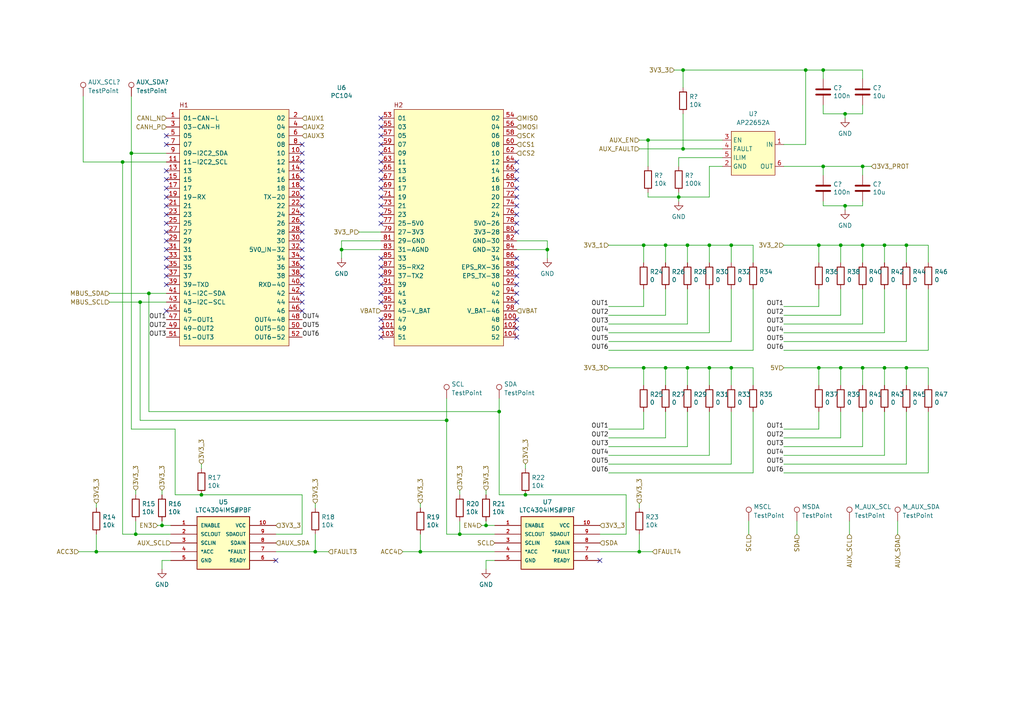
<source format=kicad_sch>
(kicad_sch (version 20211123) (generator eeschema)
  (paper "A4")
  (title_block (title "CubeSat PC104 Stack Connector") (date "2022-08-10") (rev "2.0"))
  (lib_symbols
    (symbol "Connector:TestPoint" (pin_numbers hide) (pin_names (offset 0.762) hide)
      (property "Reference" "TP" (at 0 6.858 0))
      (property "Value" "TestPoint" (at 0 5.08 0))
      (symbol "TestPoint_0_1"
        (circle (center 0 3.302) (radius 0.762))
      )
      (symbol "TestPoint_1_1"
        (pin passive line (at 0 0 90) (length 2.54) (name "1") (number "1"))
      )
    )
    (symbol "Device:C" (pin_numbers hide) (pin_names (offset 0.254))
      (property "Reference" "C" (at 0.635 2.54 0))
      (property "Value" "C" (at 0.635 -2.54 0))
      (symbol "C_0_1"
        (polyline (pts (xy -2.032 -0.762) (xy 2.032 -0.762)) (stroke (width 0.508)))
        (polyline (pts (xy -2.032 0.762) (xy 2.032 0.762)) (stroke (width 0.508)))
      )
      (symbol "C_1_1"
        (pin passive line (at 0 3.81 270) (length 2.794) (name "~") (number "1"))
        (pin passive line (at 0 -3.81 90) (length 2.794) (name "~") (number "2"))
      )
    )
    (symbol "Device:R" (pin_numbers hide) (pin_names (offset 0))
      (property "Reference" "R" (at 2.032 0 90))
      (property "Value" "R" (at 0 0 90))
      (symbol "R_0_1"
        (rectangle (start -1.016 -2.54) (end 1.016 2.54) (stroke (width 0.254)))
      )
      (symbol "R_1_1"
        (pin passive line (at 0 3.81 270) (length 1.27) (name "~") (number "1"))
        (pin passive line (at 0 -3.81 90) (length 1.27) (name "~") (number "2"))
      )
    )
    (symbol "cubesat_obc_lib:AP22652A"
      (property "Reference" "U" (at -6.35 -7.62 0))
      (property "Value" "AP22652A" (at -8.89 -10.16 0))
      (symbol "AP22652A_0_0"
        (pin power_in line (at 8.89 2.54 180) (length 2.54) (name "IN") (number "1"))
        (pin power_in line (at -8.89 -3.81 0) (length 2.54) (name "GND") (number "2"))
        (pin input line (at -8.89 3.81 0) (length 2.54) (name "EN") (number "3"))
        (pin output line (at -8.89 1.27 0) (length 2.54) (name "FAULT") (number "4"))
        (pin input line (at -8.89 -1.27 0) (length 2.54) (name "ILIM") (number "5"))
        (pin power_out line (at 8.89 -3.81 180) (length 2.54) (name "OUT") (number "6"))
      )
      (symbol "AP22652A_0_1"
        (rectangle (start -6.35 6.35) (end 6.35 -6.35) (stroke (width 0.1524)) (fill (type background)))
      )
    )
    (symbol "cubesat_obc_lib:LTC4304CMSTRPBF" (pin_names (offset 1.016))
      (property "Reference" "U" (at 30.861 9.1186 0))
      (property "Value" "LTC4304CMSTRPBF" (at 30.2006 6.5786 0))
      (symbol "LTC4304CMSTRPBF_0_0"
        (pin passive line (at 24.13 1.27 0) (length 7.62) (name "ENABLE") (number "1"))
        (pin power_in line (at 54.61 1.27 180) (length 7.62) (name "VCC") (number "10"))
        (pin output line (at 24.13 -1.27 0) (length 7.62) (name "SCLOUT") (number "2"))
        (pin input line (at 24.13 -3.81 0) (length 7.62) (name "SCLIN") (number "3"))
        (pin passive line (at 24.13 -6.35 0) (length 7.62) (name "*ACC") (number "4"))
        (pin power_in line (at 24.13 -8.89 0) (length 7.62) (name "GND") (number "5"))
        (pin passive line (at 54.61 -8.89 180) (length 7.62) (name "READY") (number "6"))
        (pin passive line (at 54.61 -6.35 180) (length 7.62) (name "*FAULT") (number "7"))
        (pin input line (at 54.61 -3.81 180) (length 7.62) (name "SDAIN") (number "8"))
        (pin output line (at 54.61 -1.27 180) (length 7.62) (name "SDAOUT") (number "9"))
      )
      (symbol "LTC4304CMSTRPBF_1_1"
        (rectangle (start 31.75 3.81) (end 46.99 -11.43) (stroke (width 0.254)) (fill (type background)))
      )
    )
    (symbol "cubesat_obc_lib:PC104" (pin_names (offset 1.016))
      (property "Reference" "U" (at 44.45 34.29 0))
      (property "Value" "PC104" (at 43.18 -36.83 0))
      (symbol "PC104_0_0"
        (text "H1" (at -45.72 34.29 0) (effects (font (size 1.27 1.27))))
        (text "H2" (at 16.51 34.29 0) (effects (font (size 1.27 1.27))))
      )
      (symbol "PC104_0_1"
        (rectangle (start -46.99 33.02) (end -15.24 -35.56) (fill (type background)))
        (rectangle (start 15.24 -35.56) (end 46.99 33.02) (fill (type background)))
      )
      (symbol "PC104_1_1"
        (pin bidirectional line (at -50.8 30.48 0) (length 3.81) (name "01-CAN-L") (number "1"))
        (pin input line (at -11.43 20.32 180) (length 3.81) (name "10") (number "10"))
        (pin output line (at 50.8 -27.94 180) (length 3.81) (name "48") (number "100"))
        (pin output line (at 11.43 -30.48 0) (length 3.81) (name "49") (number "101"))
        (pin output line (at 50.8 -30.48 180) (length 3.81) (name "50") (number "102"))
        (pin output line (at 11.43 -33.02 0) (length 3.81) (name "51") (number "103"))
        (pin output line (at 50.8 -33.02 180) (length 3.81) (name "52") (number "104"))
        (pin input line (at -50.8 17.78 0) (length 3.81) (name "11-I2C2_SCL") (number "11"))
        (pin input line (at -11.43 17.78 180) (length 3.81) (name "12") (number "12"))
        (pin input line (at -50.8 15.24 0) (length 3.81) (name "13") (number "13"))
        (pin input line (at -11.43 15.24 180) (length 3.81) (name "14") (number "14"))
        (pin input line (at -50.8 12.7 0) (length 3.81) (name "15") (number "15"))
        (pin input line (at -11.43 12.7 180) (length 3.81) (name "16") (number "16"))
        (pin input line (at -50.8 10.16 0) (length 3.81) (name "17") (number "17"))
        (pin input line (at -11.43 10.16 180) (length 3.81) (name "18") (number "18"))
        (pin input line (at -50.8 7.62 0) (length 3.81) (name "19-RX") (number "19"))
        (pin input line (at -11.43 30.48 180) (length 3.81) (name "02") (number "2"))
        (pin output line (at -11.43 7.62 180) (length 3.81) (name "TX-20") (number "20"))
        (pin input line (at -50.8 5.08 0) (length 3.81) (name "21") (number "21"))
        (pin input line (at -11.43 5.08 180) (length 3.81) (name "22") (number "22"))
        (pin input line (at -50.8 2.54 0) (length 3.81) (name "23") (number "23"))
        (pin input line (at -11.43 2.54 180) (length 3.81) (name "24") (number "24"))
        (pin input line (at -50.8 0 0) (length 3.81) (name "25") (number "25"))
        (pin input line (at -11.43 0 180) (length 3.81) (name "26") (number "26"))
        (pin input line (at -50.8 -2.54 0) (length 3.81) (name "27") (number "27"))
        (pin input line (at -11.43 -2.54 180) (length 3.81) (name "28") (number "28"))
        (pin input line (at -50.8 -5.08 0) (length 3.81) (name "29") (number "29"))
        (pin bidirectional line (at -50.8 27.94 0) (length 3.81) (name "03-CAN-H") (number "3"))
        (pin input line (at -11.43 -5.08 180) (length 3.81) (name "30") (number "30"))
        (pin input line (at -50.8 -7.62 0) (length 3.81) (name "31") (number "31"))
        (pin input line (at -11.43 -7.62 180) (length 3.81) (name "5V0_IN-32") (number "32"))
        (pin input line (at -50.8 -10.16 0) (length 3.81) (name "33") (number "33"))
        (pin input line (at -11.43 -10.16 180) (length 3.81) (name "34") (number "34"))
        (pin input line (at -50.8 -12.7 0) (length 3.81) (name "35") (number "35"))
        (pin input line (at -11.43 -12.7 180) (length 3.81) (name "36") (number "36"))
        (pin input line (at -50.8 -15.24 0) (length 3.81) (name "37") (number "37"))
        (pin input line (at -11.43 -15.24 180) (length 3.81) (name "38") (number "38"))
        (pin output line (at -50.8 -17.78 0) (length 3.81) (name "39-TXD") (number "39"))
        (pin input line (at -11.43 27.94 180) (length 3.81) (name "04") (number "4"))
        (pin input line (at -11.43 -17.78 180) (length 3.81) (name "RXD-40") (number "40"))
        (pin bidirectional line (at -50.8 -20.32 0) (length 3.81) (name "41-I2C-SDA") (number "41"))
        (pin input line (at -11.43 -20.32 180) (length 3.81) (name "42") (number "42"))
        (pin input line (at -50.8 -22.86 0) (length 3.81) (name "43-I2C-SCL") (number "43"))
        (pin input line (at -11.43 -22.86 180) (length 3.81) (name "44") (number "44"))
        (pin input line (at -50.8 -25.4 0) (length 3.81) (name "45") (number "45"))
        (pin input line (at -11.43 -25.4 180) (length 3.81) (name "46") (number "46"))
        (pin output line (at -50.8 -27.94 0) (length 3.81) (name "47-OUT1") (number "47"))
        (pin output line (at -11.43 -27.94 180) (length 3.81) (name "OUT4-48") (number "48"))
        (pin output line (at -50.8 -30.48 0) (length 3.81) (name "49-OUT2") (number "49"))
        (pin input line (at -50.8 25.4 0) (length 3.81) (name "05") (number "5"))
        (pin output line (at -11.43 -30.48 180) (length 3.81) (name "OUT5-50") (number "50"))
        (pin output line (at -50.8 -33.02 0) (length 3.81) (name "51-OUT3") (number "51"))
        (pin output line (at -11.43 -33.02 180) (length 3.81) (name "OUT6-52") (number "52"))
        (pin output line (at 11.43 30.48 0) (length 3.81) (name "01") (number "53"))
        (pin output line (at 50.8 30.48 180) (length 3.81) (name "02") (number "54"))
        (pin output line (at 11.43 27.94 0) (length 3.81) (name "03") (number "55"))
        (pin output line (at 50.8 27.94 180) (length 3.81) (name "04") (number "56"))
        (pin output line (at 11.43 25.4 0) (length 3.81) (name "05") (number "57"))
        (pin output line (at 50.8 25.4 180) (length 3.81) (name "06") (number "58"))
        (pin output line (at 11.43 22.86 0) (length 3.81) (name "07") (number "59"))
        (pin input line (at -11.43 25.4 180) (length 3.81) (name "06") (number "6"))
        (pin output line (at 50.8 22.86 180) (length 3.81) (name "08") (number "60"))
        (pin output line (at 11.43 20.32 0) (length 3.81) (name "09") (number "61"))
        (pin output line (at 50.8 20.32 180) (length 3.81) (name "10") (number "62"))
        (pin output line (at 11.43 17.78 0) (length 3.81) (name "11") (number "63"))
        (pin output line (at 50.8 17.78 180) (length 3.81) (name "12") (number "64"))
        (pin output line (at 11.43 15.24 0) (length 3.81) (name "13") (number "65"))
        (pin output line (at 50.8 15.24 180) (length 3.81) (name "14") (number "66"))
        (pin output line (at 11.43 12.7 0) (length 3.81) (name "15") (number "67"))
        (pin output line (at 50.8 12.7 180) (length 3.81) (name "16") (number "68"))
        (pin output line (at 11.43 10.16 0) (length 3.81) (name "17") (number "69"))
        (pin input line (at -50.8 22.86 0) (length 3.81) (name "07") (number "7"))
        (pin output line (at 50.8 10.16 180) (length 3.81) (name "18") (number "70"))
        (pin output line (at 11.43 7.62 0) (length 3.81) (name "19") (number "71"))
        (pin output line (at 50.8 7.62 180) (length 3.81) (name "20") (number "72"))
        (pin output line (at 11.43 5.08 0) (length 3.81) (name "21") (number "73"))
        (pin output line (at 50.8 5.08 180) (length 3.81) (name "22") (number "74"))
        (pin output line (at 11.43 2.54 0) (length 3.81) (name "23") (number "75"))
        (pin output line (at 50.8 2.54 180) (length 3.81) (name "24") (number "76"))
        (pin output line (at 11.43 0 0) (length 3.81) (name "25-5V0") (number "77"))
        (pin output line (at 50.8 0 180) (length 3.81) (name "5V0-26") (number "78"))
        (pin output line (at 11.43 -2.54 0) (length 3.81) (name "27-3V3") (number "79"))
        (pin input line (at -11.43 22.86 180) (length 3.81) (name "08") (number "8"))
        (pin output line (at 50.8 -2.54 180) (length 3.81) (name "3V3-28") (number "80"))
        (pin output line (at 11.43 -5.08 0) (length 3.81) (name "29-GND") (number "81"))
        (pin output line (at 50.8 -5.08 180) (length 3.81) (name "GND-30") (number "82"))
        (pin output line (at 11.43 -7.62 0) (length 3.81) (name "31-AGND") (number "83"))
        (pin output line (at 50.8 -7.62 180) (length 3.81) (name "GND-32") (number "84"))
        (pin output line (at 11.43 -10.16 0) (length 3.81) (name "33") (number "85"))
        (pin output line (at 50.8 -10.16 180) (length 3.81) (name "34") (number "86"))
        (pin input line (at 11.43 -12.7 0) (length 3.81) (name "35-RX2") (number "87"))
        (pin input line (at 50.8 -12.7 180) (length 3.81) (name "EPS_RX-36") (number "88"))
        (pin output line (at 11.43 -15.24 0) (length 3.81) (name "37-TX2") (number "89"))
        (pin bidirectional line (at -50.8 20.32 0) (length 3.81) (name "09-I2C2_SDA") (number "9"))
        (pin output line (at 50.8 -15.24 180) (length 3.81) (name "EPS_TX-38") (number "90"))
        (pin output line (at 11.43 -17.78 0) (length 3.81) (name "39") (number "91"))
        (pin output line (at 50.8 -17.78 180) (length 3.81) (name "40") (number "92"))
        (pin output line (at 11.43 -20.32 0) (length 3.81) (name "41") (number "93"))
        (pin output line (at 50.8 -20.32 180) (length 3.81) (name "42") (number "94"))
        (pin output line (at 11.43 -22.86 0) (length 3.81) (name "43") (number "95"))
        (pin output line (at 50.8 -22.86 180) (length 3.81) (name "44") (number "96"))
        (pin output line (at 11.43 -25.4 0) (length 3.81) (name "45-V_BAT") (number "97"))
        (pin output line (at 50.8 -25.4 180) (length 3.81) (name "V_BAT-46") (number "98"))
        (pin output line (at 11.43 -27.94 0) (length 3.81) (name "47") (number "99"))
      )
    )
    (symbol "power:GND" (power) (pin_names (offset 0))
      (property "Value" "GND" (at 0 -3.81 0))
      (symbol "GND_0_1"
        (polyline (pts (xy 0 0) (xy 0 -1.27) (xy 1.27 -1.27) (xy 0 -2.54) (xy -1.27 -1.27) (xy 0 -1.27)))
      )
      (symbol "GND_1_1"
        (pin power_in line (at 0 0 270) (length 0) hide (name "GND") (number "1"))
      )
    )
  )
  (junction (at 186.69 71.12))
  (junction (at 198.12 43.18))
  (junction (at 237.49 71.12))
  (junction (at 35.56 46.99))
  (junction (at 187.96 40.64))
  (junction (at 144.78 119.38))
  (junction (at 238.76 20.32))
  (junction (at 43.18 85.09))
  (junction (at 199.39 71.12))
  (junction (at 121.92 160.02))
  (junction (at 91.44 160.02))
  (junction (at 193.04 106.68))
  (junction (at 158.75 72.39))
  (junction (at 212.09 106.68))
  (junction (at 250.19 71.12))
  (junction (at 99.06 72.39))
  (junction (at 140.97 152.4))
  (junction (at 205.74 71.12))
  (junction (at 186.69 106.68))
  (junction (at 243.84 106.68))
  (junction (at 58.42 143.51))
  (junction (at 46.99 152.4))
  (junction (at 233.68 20.32))
  (junction (at 199.39 106.68))
  (junction (at 250.19 106.68))
  (junction (at 129.54 121.92))
  (junction (at 256.54 106.68))
  (junction (at 238.76 48.26))
  (junction (at 193.04 71.12))
  (junction (at 245.11 59.69))
  (junction (at 256.54 71.12))
  (junction (at 152.4 143.51))
  (junction (at 237.49 106.68))
  (junction (at 185.42 160.02))
  (junction (at 27.94 160.02))
  (junction (at 250.19 48.26))
  (junction (at 38.1 44.45))
  (junction (at 196.85 57.15))
  (junction (at 39.37 154.94))
  (junction (at 40.64 87.63))
  (junction (at 205.74 106.68))
  (junction (at 245.11 33.02))
  (junction (at 198.12 20.32))
  (junction (at 133.35 154.94))
  (junction (at 212.09 71.12))
  (junction (at 243.84 71.12))
  (junction (at 262.89 71.12))
  (junction (at 262.89 106.68))
  (no_connect (at 110.49 59.69))
  (no_connect (at 110.49 62.23))
  (no_connect (at 110.49 64.77))
  (no_connect (at 149.86 67.31))
  (no_connect (at 149.86 74.93))
  (no_connect (at 149.86 97.79))
  (no_connect (at 149.86 95.25))
  (no_connect (at 149.86 92.71))
  (no_connect (at 149.86 87.63))
  (no_connect (at 149.86 85.09))
  (no_connect (at 149.86 82.55))
  (no_connect (at 149.86 80.01))
  (no_connect (at 149.86 77.47))
  (no_connect (at 173.99 162.56))
  (no_connect (at 80.01 162.56))
  (no_connect (at 110.49 77.47))
  (no_connect (at 110.49 80.01))
  (no_connect (at 110.49 82.55))
  (no_connect (at 110.49 85.09))
  (no_connect (at 110.49 87.63))
  (no_connect (at 110.49 92.71))
  (no_connect (at 110.49 95.25))
  (no_connect (at 110.49 97.79))
  (no_connect (at 110.49 74.93))
  (no_connect (at 149.86 64.77))
  (no_connect (at 149.86 62.23))
  (no_connect (at 149.86 59.69))
  (no_connect (at 149.86 57.15))
  (no_connect (at 149.86 54.61))
  (no_connect (at 149.86 52.07))
  (no_connect (at 149.86 49.53))
  (no_connect (at 149.86 46.99))
  (no_connect (at 48.26 41.91))
  (no_connect (at 48.26 39.37))
  (no_connect (at 87.63 44.45))
  (no_connect (at 87.63 46.99))
  (no_connect (at 87.63 49.53))
  (no_connect (at 87.63 52.07))
  (no_connect (at 87.63 54.61))
  (no_connect (at 87.63 57.15))
  (no_connect (at 87.63 59.69))
  (no_connect (at 87.63 62.23))
  (no_connect (at 87.63 64.77))
  (no_connect (at 87.63 67.31))
  (no_connect (at 87.63 41.91))
  (no_connect (at 48.26 90.17))
  (no_connect (at 87.63 69.85))
  (no_connect (at 87.63 72.39))
  (no_connect (at 87.63 74.93))
  (no_connect (at 87.63 77.47))
  (no_connect (at 87.63 80.01))
  (no_connect (at 87.63 87.63))
  (no_connect (at 87.63 90.17))
  (no_connect (at 48.26 82.55))
  (no_connect (at 48.26 80.01))
  (no_connect (at 48.26 77.47))
  (no_connect (at 48.26 74.93))
  (no_connect (at 48.26 72.39))
  (no_connect (at 48.26 69.85))
  (no_connect (at 48.26 67.31))
  (no_connect (at 48.26 64.77))
  (no_connect (at 48.26 62.23))
  (no_connect (at 48.26 59.69))
  (no_connect (at 48.26 57.15))
  (no_connect (at 48.26 54.61))
  (no_connect (at 48.26 52.07))
  (no_connect (at 48.26 49.53))
  (no_connect (at 87.63 82.55))
  (no_connect (at 87.63 85.09))
  (no_connect (at 110.49 34.29))
  (no_connect (at 110.49 36.83))
  (no_connect (at 110.49 39.37))
  (no_connect (at 110.49 41.91))
  (no_connect (at 110.49 44.45))
  (no_connect (at 110.49 46.99))
  (no_connect (at 110.49 49.53))
  (no_connect (at 110.49 52.07))
  (no_connect (at 110.49 54.61))
  (no_connect (at 110.49 57.15))
  (wire (pts (xy 133.35 154.94) (xy 143.51 154.94)))
  (wire (pts (xy 199.39 106.68) (xy 205.74 106.68)))
  (wire (pts (xy 218.44 71.12) (xy 218.44 76.2)))
  (wire (pts (xy 256.54 96.52) (xy 227.33 96.52)))
  (wire (pts (xy 129.54 121.92) (xy 129.54 154.94)))
  (wire (pts (xy 256.54 71.12) (xy 256.54 76.2)))
  (wire (pts (xy 173.99 154.94) (xy 181.61 154.94)))
  (wire (pts (xy 31.75 85.09) (xy 43.18 85.09)))
  (wire (pts (xy 187.96 40.64) (xy 209.55 40.64)))
  (wire (pts (xy 35.56 46.99) (xy 48.26 46.99)))
  (wire (pts (xy 205.74 71.12) (xy 205.74 76.2)))
  (wire (pts (xy 205.74 132.08) (xy 176.53 132.08)))
  (wire (pts (xy 260.35 151.13) (xy 260.35 154.94)))
  (wire (pts (xy 250.19 48.26) (xy 252.73 48.26)))
  (wire (pts (xy 243.84 106.68) (xy 250.19 106.68)))
  (wire (pts (xy 205.74 83.82) (xy 205.74 96.52)))
  (wire (pts (xy 205.74 48.26) (xy 205.74 57.15)))
  (wire (pts (xy 193.04 119.38) (xy 193.04 127)))
  (wire (pts (xy 250.19 71.12) (xy 250.19 76.2)))
  (wire (pts (xy 99.06 69.85) (xy 110.49 69.85)))
  (wire (pts (xy 193.04 83.82) (xy 193.04 91.44)))
  (wire (pts (xy 198.12 43.18) (xy 198.12 33.02)))
  (wire (pts (xy 262.89 71.12) (xy 269.24 71.12)))
  (wire (pts (xy 129.54 115.57) (xy 129.54 121.92)))
  (wire (pts (xy 237.49 106.68) (xy 237.49 111.76)))
  (wire (pts (xy 185.42 154.94) (xy 185.42 160.02)))
  (wire (pts (xy 45.72 152.4) (xy 46.99 152.4)))
  (wire (pts (xy 243.84 83.82) (xy 243.84 91.44)))
  (wire (pts (xy 46.99 152.4) (xy 49.53 152.4)))
  (wire (pts (xy 140.97 151.13) (xy 140.97 152.4)))
  (wire (pts (xy 243.84 106.68) (xy 243.84 111.76)))
  (wire (pts (xy 158.75 74.93) (xy 158.75 72.39)))
  (wire (pts (xy 198.12 20.32) (xy 198.12 25.4)))
  (wire (pts (xy 87.63 154.94) (xy 80.01 154.94)))
  (wire (pts (xy 133.35 142.24) (xy 133.35 143.51)))
  (wire (pts (xy 193.04 91.44) (xy 176.53 91.44)))
  (wire (pts (xy 196.85 55.88) (xy 196.85 57.15)))
  (wire (pts (xy 35.56 154.94) (xy 35.56 46.99)))
  (wire (pts (xy 250.19 33.02) (xy 245.11 33.02)))
  (wire (pts (xy 205.74 48.26) (xy 209.55 48.26)))
  (wire (pts (xy 218.44 137.16) (xy 176.53 137.16)))
  (wire (pts (xy 39.37 151.13) (xy 39.37 154.94)))
  (wire (pts (xy 250.19 83.82) (xy 250.19 93.98)))
  (wire (pts (xy 104.14 67.31) (xy 110.49 67.31)))
  (wire (pts (xy 218.44 106.68) (xy 218.44 111.76)))
  (wire (pts (xy 205.74 106.68) (xy 212.09 106.68)))
  (wire (pts (xy 262.89 71.12) (xy 262.89 76.2)))
  (wire (pts (xy 187.96 40.64) (xy 187.96 48.26)))
  (wire (pts (xy 238.76 20.32) (xy 233.68 20.32)))
  (wire (pts (xy 217.17 151.13) (xy 217.17 154.94)))
  (wire (pts (xy 91.44 154.94) (xy 91.44 160.02)))
  (wire (pts (xy 185.42 146.05) (xy 185.42 147.32)))
  (wire (pts (xy 250.19 129.54) (xy 227.33 129.54)))
  (wire (pts (xy 193.04 106.68) (xy 199.39 106.68)))
  (wire (pts (xy 24.13 46.99) (xy 35.56 46.99)))
  (wire (pts (xy 238.76 20.32) (xy 238.76 22.86)))
  (wire (pts (xy 245.11 59.69) (xy 250.19 59.69)))
  (wire (pts (xy 245.11 33.02) (xy 245.11 34.29)))
  (wire (pts (xy 199.39 71.12) (xy 199.39 76.2)))
  (wire (pts (xy 87.63 143.51) (xy 87.63 154.94)))
  (wire (pts (xy 269.24 101.6) (xy 227.33 101.6)))
  (wire (pts (xy 186.69 124.46) (xy 176.53 124.46)))
  (wire (pts (xy 38.1 44.45) (xy 38.1 124.46)))
  (wire (pts (xy 46.99 162.56) (xy 46.99 165.1)))
  (wire (pts (xy 212.09 83.82) (xy 212.09 99.06)))
  (wire (pts (xy 38.1 27.94) (xy 38.1 44.45)))
  (wire (pts (xy 233.68 41.91) (xy 227.33 41.91)))
  (wire (pts (xy 99.06 74.93) (xy 99.06 72.39)))
  (wire (pts (xy 218.44 83.82) (xy 218.44 101.6)))
  (wire (pts (xy 152.4 134.62) (xy 152.4 135.89)))
  (wire (pts (xy 176.53 71.12) (xy 186.69 71.12)))
  (wire (pts (xy 48.26 44.45) (xy 38.1 44.45)))
  (wire (pts (xy 40.64 87.63) (xy 40.64 121.92)))
  (wire (pts (xy 49.53 162.56) (xy 46.99 162.56)))
  (wire (pts (xy 140.97 162.56) (xy 140.97 165.1)))
  (wire (pts (xy 243.84 71.12) (xy 250.19 71.12)))
  (wire (pts (xy 110.49 72.39) (xy 99.06 72.39)))
  (wire (pts (xy 186.69 83.82) (xy 186.69 88.9)))
  (wire (pts (xy 233.68 20.32) (xy 233.68 41.91)))
  (wire (pts (xy 245.11 60.96) (xy 245.11 59.69)))
  (wire (pts (xy 227.33 48.26) (xy 238.76 48.26)))
  (wire (pts (xy 243.84 119.38) (xy 243.84 127)))
  (wire (pts (xy 193.04 127) (xy 176.53 127)))
  (wire (pts (xy 199.39 106.68) (xy 199.39 111.76)))
  (wire (pts (xy 50.8 124.46) (xy 50.8 143.51)))
  (wire (pts (xy 196.85 57.15) (xy 196.85 58.42)))
  (wire (pts (xy 237.49 106.68) (xy 243.84 106.68)))
  (wire (pts (xy 27.94 154.94) (xy 27.94 160.02)))
  (wire (pts (xy 186.69 106.68) (xy 186.69 111.76)))
  (wire (pts (xy 243.84 127) (xy 227.33 127)))
  (wire (pts (xy 256.54 106.68) (xy 262.89 106.68)))
  (wire (pts (xy 212.09 106.68) (xy 218.44 106.68)))
  (wire (pts (xy 199.39 71.12) (xy 205.74 71.12)))
  (wire (pts (xy 140.97 152.4) (xy 143.51 152.4)))
  (wire (pts (xy 27.94 160.02) (xy 49.53 160.02)))
  (wire (pts (xy 262.89 119.38) (xy 262.89 134.62)))
  (wire (pts (xy 116.84 160.02) (xy 121.92 160.02)))
  (wire (pts (xy 209.55 43.18) (xy 198.12 43.18)))
  (wire (pts (xy 189.23 160.02) (xy 185.42 160.02)))
  (wire (pts (xy 231.14 151.13) (xy 231.14 154.94)))
  (wire (pts (xy 144.78 119.38) (xy 144.78 143.51)))
  (wire (pts (xy 199.39 93.98) (xy 176.53 93.98)))
  (wire (pts (xy 152.4 143.51) (xy 181.61 143.51)))
  (wire (pts (xy 250.19 106.68) (xy 256.54 106.68)))
  (wire (pts (xy 256.54 71.12) (xy 262.89 71.12)))
  (wire (pts (xy 238.76 33.02) (xy 238.76 30.48)))
  (wire (pts (xy 205.74 71.12) (xy 212.09 71.12)))
  (wire (pts (xy 121.92 160.02) (xy 143.51 160.02)))
  (wire (pts (xy 250.19 71.12) (xy 256.54 71.12)))
  (wire (pts (xy 238.76 48.26) (xy 250.19 48.26)))
  (wire (pts (xy 193.04 71.12) (xy 199.39 71.12)))
  (wire (pts (xy 58.42 134.62) (xy 58.42 135.89)))
  (wire (pts (xy 237.49 119.38) (xy 237.49 124.46)))
  (wire (pts (xy 43.18 85.09) (xy 43.18 119.38)))
  (wire (pts (xy 186.69 71.12) (xy 193.04 71.12)))
  (wire (pts (xy 250.19 59.69) (xy 250.19 58.42)))
  (wire (pts (xy 176.53 106.68) (xy 186.69 106.68)))
  (wire (pts (xy 212.09 119.38) (xy 212.09 134.62)))
  (wire (pts (xy 237.49 124.46) (xy 227.33 124.46)))
  (wire (pts (xy 269.24 83.82) (xy 269.24 101.6)))
  (wire (pts (xy 250.19 93.98) (xy 227.33 93.98)))
  (wire (pts (xy 262.89 106.68) (xy 269.24 106.68)))
  (wire (pts (xy 91.44 146.05) (xy 91.44 147.32)))
  (wire (pts (xy 250.19 22.86) (xy 250.19 20.32)))
  (wire (pts (xy 144.78 143.51) (xy 152.4 143.51)))
  (wire (pts (xy 250.19 106.68) (xy 250.19 111.76)))
  (wire (pts (xy 262.89 106.68) (xy 262.89 111.76)))
  (wire (pts (xy 269.24 137.16) (xy 227.33 137.16)))
  (wire (pts (xy 262.89 99.06) (xy 227.33 99.06)))
  (wire (pts (xy 212.09 99.06) (xy 176.53 99.06)))
  (wire (pts (xy 205.74 119.38) (xy 205.74 132.08)))
  (wire (pts (xy 38.1 124.46) (xy 50.8 124.46)))
  (wire (pts (xy 22.86 160.02) (xy 27.94 160.02)))
  (wire (pts (xy 186.69 71.12) (xy 186.69 76.2)))
  (wire (pts (xy 237.49 83.82) (xy 237.49 88.9)))
  (wire (pts (xy 238.76 59.69) (xy 238.76 58.42)))
  (wire (pts (xy 39.37 154.94) (xy 49.53 154.94)))
  (wire (pts (xy 250.19 48.26) (xy 250.19 50.8)))
  (wire (pts (xy 129.54 154.94) (xy 133.35 154.94)))
  (wire (pts (xy 187.96 57.15) (xy 196.85 57.15)))
  (wire (pts (xy 149.86 72.39) (xy 158.75 72.39)))
  (wire (pts (xy 256.54 132.08) (xy 227.33 132.08)))
  (wire (pts (xy 245.11 59.69) (xy 238.76 59.69)))
  (wire (pts (xy 212.09 106.68) (xy 212.09 111.76)))
  (wire (pts (xy 143.51 162.56) (xy 140.97 162.56)))
  (wire (pts (xy 193.04 106.68) (xy 193.04 111.76)))
  (wire (pts (xy 250.19 119.38) (xy 250.19 129.54)))
  (wire (pts (xy 245.11 33.02) (xy 238.76 33.02)))
  (wire (pts (xy 209.55 45.72) (xy 196.85 45.72)))
  (wire (pts (xy 181.61 154.94) (xy 181.61 143.51)))
  (wire (pts (xy 31.75 87.63) (xy 40.64 87.63)))
  (wire (pts (xy 40.64 121.92) (xy 129.54 121.92)))
  (wire (pts (xy 158.75 69.85) (xy 149.86 69.85)))
  (wire (pts (xy 198.12 20.32) (xy 233.68 20.32)))
  (wire (pts (xy 58.42 143.51) (xy 87.63 143.51)))
  (wire (pts (xy 144.78 115.57) (xy 144.78 119.38)))
  (wire (pts (xy 195.58 20.32) (xy 198.12 20.32)))
  (wire (pts (xy 186.69 88.9) (xy 176.53 88.9)))
  (wire (pts (xy 133.35 151.13) (xy 133.35 154.94)))
  (wire (pts (xy 48.26 87.63) (xy 40.64 87.63)))
  (wire (pts (xy 243.84 71.12) (xy 243.84 76.2)))
  (wire (pts (xy 80.01 160.02) (xy 91.44 160.02)))
  (wire (pts (xy 227.33 106.68) (xy 237.49 106.68)))
  (wire (pts (xy 193.04 71.12) (xy 193.04 76.2)))
  (wire (pts (xy 24.13 27.94) (xy 24.13 46.99)))
  (wire (pts (xy 139.7 152.4) (xy 140.97 152.4)))
  (wire (pts (xy 262.89 83.82) (xy 262.89 99.06)))
  (wire (pts (xy 199.39 83.82) (xy 199.39 93.98)))
  (wire (pts (xy 199.39 129.54) (xy 176.53 129.54)))
  (wire (pts (xy 186.69 106.68) (xy 193.04 106.68)))
  (wire (pts (xy 237.49 71.12) (xy 243.84 71.12)))
  (wire (pts (xy 205.74 106.68) (xy 205.74 111.76)))
  (wire (pts (xy 227.33 71.12) (xy 237.49 71.12)))
  (wire (pts (xy 46.99 142.24) (xy 46.99 143.51)))
  (wire (pts (xy 218.44 101.6) (xy 176.53 101.6)))
  (wire (pts (xy 46.99 151.13) (xy 46.99 152.4)))
  (wire (pts (xy 256.54 83.82) (xy 256.54 96.52)))
  (wire (pts (xy 269.24 71.12) (xy 269.24 76.2)))
  (wire (pts (xy 173.99 160.02) (xy 185.42 160.02)))
  (wire (pts (xy 158.75 72.39) (xy 158.75 69.85)))
  (wire (pts (xy 237.49 88.9) (xy 227.33 88.9)))
  (wire (pts (xy 256.54 106.68) (xy 256.54 111.76)))
  (wire (pts (xy 205.74 96.52) (xy 176.53 96.52)))
  (wire (pts (xy 212.09 71.12) (xy 218.44 71.12)))
  (wire (pts (xy 199.39 119.38) (xy 199.39 129.54)))
  (wire (pts (xy 246.38 151.13) (xy 246.38 154.94)))
  (wire (pts (xy 262.89 134.62) (xy 227.33 134.62)))
  (wire (pts (xy 99.06 72.39) (xy 99.06 69.85)))
  (wire (pts (xy 50.8 143.51) (xy 58.42 143.51)))
  (wire (pts (xy 35.56 154.94) (xy 39.37 154.94)))
  (wire (pts (xy 43.18 119.38) (xy 144.78 119.38)))
  (wire (pts (xy 121.92 154.94) (xy 121.92 160.02)))
  (wire (pts (xy 187.96 55.88) (xy 187.96 57.15)))
  (wire (pts (xy 185.42 43.18) (xy 198.12 43.18)))
  (wire (pts (xy 212.09 71.12) (xy 212.09 76.2)))
  (wire (pts (xy 185.42 40.64) (xy 187.96 40.64)))
  (wire (pts (xy 250.19 20.32) (xy 238.76 20.32)))
  (wire (pts (xy 269.24 106.68) (xy 269.24 111.76)))
  (wire (pts (xy 238.76 48.26) (xy 238.76 50.8)))
  (wire (pts (xy 256.54 119.38) (xy 256.54 132.08)))
  (wire (pts (xy 27.94 146.05) (xy 27.94 147.32)))
  (wire (pts (xy 250.19 30.48) (xy 250.19 33.02)))
  (wire (pts (xy 95.25 160.02) (xy 91.44 160.02)))
  (wire (pts (xy 269.24 119.38) (xy 269.24 137.16)))
  (wire (pts (xy 205.74 57.15) (xy 196.85 57.15)))
  (wire (pts (xy 121.92 146.05) (xy 121.92 147.32)))
  (wire (pts (xy 140.97 142.24) (xy 140.97 143.51)))
  (wire (pts (xy 218.44 119.38) (xy 218.44 137.16)))
  (wire (pts (xy 212.09 134.62) (xy 176.53 134.62)))
  (wire (pts (xy 243.84 91.44) (xy 227.33 91.44)))
  (wire (pts (xy 48.26 85.09) (xy 43.18 85.09)))
  (wire (pts (xy 196.85 45.72) (xy 196.85 48.26)))
  (wire (pts (xy 186.69 119.38) (xy 186.69 124.46)))
  (wire (pts (xy 39.37 142.24) (xy 39.37 143.51)))
  (wire (pts (xy 237.49 71.12) (xy 237.49 76.2)))
  (label "OUT3" (at 227.33 129.54 180))
  (label "OUT1" (at 227.33 124.46 180))
  (label "OUT2" (at 227.33 91.44 180))
  (label "OUT3" (at 176.53 93.98 180))
  (label "OUT4" (at 227.33 132.08 180))
  (label "OUT1" (at 227.33 88.9 180))
  (label "OUT6" (at 227.33 137.16 180))
  (label "OUT6" (at 176.53 137.16 180))
  (label "OUT5" (at 227.33 99.06 180))
  (label "OUT4" (at 176.53 96.52 180))
  (label "OUT6" (at 227.33 101.6 180))
  (label "OUT6" (at 176.53 101.6 180))
  (label "OUT5" (at 227.33 134.62 180))
  (label "OUT4" (at 176.53 132.08 180))
  (label "OUT5" (at 176.53 134.62 180))
  (label "OUT1" (at 176.53 124.46 180))
  (label "OUT2" (at 176.53 91.44 180))
  (label "OUT5" (at 87.63 95.25 0))
  (label "OUT2" (at 176.53 127 180))
  (label "OUT3" (at 48.26 97.79 180))
  (label "OUT1" (at 48.26 92.71 180))
  (label "OUT2" (at 48.26 95.25 180))
  (label "OUT1" (at 176.53 88.9 180))
  (label "OUT4" (at 87.63 92.71 0))
  (label "OUT4" (at 227.33 96.52 180))
  (label "OUT3" (at 227.33 93.98 180))
  (label "OUT2" (at 227.33 127 180))
  (label "OUT6" (at 87.63 97.79 0))
  (label "OUT5" (at 176.53 99.06 180))
  (label "OUT3" (at 176.53 129.54 180))
  (hierarchical_label "3V3_3" (shape input) (at 46.99 142.24 90))
  (hierarchical_label "AUX1" (shape input) (at 87.63 34.29 0))
  (hierarchical_label "VBAT" (shape input) (at 149.86 90.17 0))
  (hierarchical_label "SDA" (shape input) (at 231.14 154.94 270))
  (hierarchical_label "3V3_2" (shape input) (at 227.33 71.12 180))
  (hierarchical_label "MBUS_SCL" (shape input) (at 31.75 87.63 180))
  (hierarchical_label "3V3_1" (shape input) (at 176.53 71.12 180))
  (hierarchical_label "3V3_3" (shape input) (at 140.97 142.24 90))
  (hierarchical_label "3V3_3" (shape input) (at 173.99 152.4 0))
  (hierarchical_label "3V3_3" (shape input) (at 152.4 134.62 90))
  (hierarchical_label "SDA" (shape input) (at 173.99 157.48 0))
  (hierarchical_label "FAULT3" (shape input) (at 95.25 160.02 0))
  (hierarchical_label "AUX_SCL" (shape input) (at 49.53 157.48 180))
  (hierarchical_label "3V3_3" (shape input) (at 39.37 142.24 90))
  (hierarchical_label "SCL" (shape input) (at 217.17 154.94 270))
  (hierarchical_label "ACC3" (shape input) (at 22.86 160.02 180))
  (hierarchical_label "3V3_PROT" (shape input) (at 252.73 48.26 0))
  (hierarchical_label "SCL" (shape input) (at 143.51 157.48 180))
  (hierarchical_label "EN4" (shape input) (at 139.7 152.4 180))
  (hierarchical_label "EN3" (shape input) (at 45.72 152.4 180))
  (hierarchical_label "MISO" (shape input) (at 149.86 34.29 0))
  (hierarchical_label "FAULT4" (shape input) (at 189.23 160.02 0))
  (hierarchical_label "3V3_3" (shape input) (at 80.01 152.4 0))
  (hierarchical_label "3V3_3" (shape input) (at 176.53 106.68 180))
  (hierarchical_label "MOSI" (shape input) (at 149.86 36.83 0))
  (hierarchical_label "3V3_P" (shape input) (at 104.14 67.31 180))
  (hierarchical_label "5V" (shape input) (at 227.33 106.68 180))
  (hierarchical_label "AUX_SDA" (shape input) (at 80.01 157.48 0))
  (hierarchical_label "AUX2" (shape input) (at 87.63 36.83 0))
  (hierarchical_label "3V3_3" (shape input) (at 121.92 146.05 90))
  (hierarchical_label "3V3_3" (shape input) (at 91.44 146.05 90))
  (hierarchical_label "AUX_SCL" (shape input) (at 246.38 154.94 270))
  (hierarchical_label "3V3_3" (shape input) (at 27.94 146.05 90))
  (hierarchical_label "3V3_3" (shape input) (at 133.35 142.24 90))
  (hierarchical_label "SCK" (shape input) (at 149.86 39.37 0))
  (hierarchical_label "ACC4" (shape input) (at 116.84 160.02 180))
  (hierarchical_label "CS2" (shape input) (at 149.86 44.45 0))
  (hierarchical_label "AUX3" (shape input) (at 87.63 39.37 0))
  (hierarchical_label "AUX_EN" (shape input) (at 185.42 40.64 180))
  (hierarchical_label "3V3_3" (shape input) (at 185.42 146.05 90))
  (hierarchical_label "3V3_3" (shape input) (at 58.42 134.62 90))
  (hierarchical_label "CANH_P" (shape input) (at 48.26 36.83 180))
  (hierarchical_label "AUX_FAULT" (shape input) (at 185.42 43.18 180))
  (hierarchical_label "MBUS_SDA" (shape input) (at 31.75 85.09 180))
  (hierarchical_label "VBAT" (shape input) (at 110.49 90.17 180))
  (hierarchical_label "CANL_N" (shape input) (at 48.26 34.29 180))
  (hierarchical_label "CS1" (shape input) (at 149.86 41.91 0))
  (hierarchical_label "AUX_SDA" (shape input) (at 260.35 154.94 270))
  (hierarchical_label "3V3_3" (shape input) (at 195.58 20.32 180))
  (symbol (lib_id "cubesat_obc_lib:LTC4304CMSTRPBF") (at 25.4 153.67 0) (unit 1)
    (property "Reference" "U5" (at 64.77 145.6182 0))
    (property "Value" "LTC4304IMS#PBF" (at 64.77 147.9296 0))
    (property "Footprint" "Package_SO:MSOP-10_3x3mm_P0.5mm" (effects hide))
    (property "Datasheet" "ltc4304cms#trpbf" (effects hide))
    (property "Field4" "Linear Technology" (effects hide))
    (property "Digikey Part Number" "LTC4304IMS#PBF-ND" (effects hide))
  )
  (symbol (lib_id "Device:R") (at 46.99 147.32 0) (unit 1)
    (property "Reference" "R16" (at 48.768 146.1516 0) (effects (justify left)))
    (property "Value" "10k" (at 48.768 148.463 0) (effects (justify left)))
    (property "Footprint" "Resistor_SMD:R_0402_1005Metric" (effects hide))
    (property "Digikey Part Number" "YAG3436CT-ND" (effects hide))
  )
  (symbol (lib_id "Device:R") (at 27.94 151.13 0) (unit 1)
    (property "Reference" "R14" (at 29.718 149.9616 0) (effects (justify left)))
    (property "Value" "10k" (at 29.718 152.273 0) (effects (justify left)))
    (property "Footprint" "Resistor_SMD:R_0402_1005Metric" (effects hide))
    (property "Digikey Part Number" "YAG3436CT-ND" (effects hide))
  )
  (symbol (lib_id "Device:R") (at 91.44 151.13 0) (unit 1)
    (property "Reference" "R18" (at 93.218 149.9616 0) (effects (justify left)))
    (property "Value" "10k" (at 93.218 152.273 0) (effects (justify left)))
    (property "Footprint" "Resistor_SMD:R_0402_1005Metric" (effects hide))
    (property "Digikey Part Number" "YAG3436CT-ND" (effects hide))
  )
  (symbol (lib_id "Device:R") (at 58.42 139.7 0) (unit 1)
    (property "Reference" "R17" (at 60.198 138.5316 0) (effects (justify left)))
    (property "Value" "10k" (at 60.198 140.843 0) (effects (justify left)))
    (property "Footprint" "Resistor_SMD:R_0402_1005Metric" (effects hide))
    (property "Digikey Part Number" "YAG3436CT-ND" (effects hide))
  )
  (symbol (lib_id "Device:R") (at 39.37 147.32 0) (unit 1)
    (property "Reference" "R15" (at 41.148 146.1516 0) (effects (justify left)))
    (property "Value" "10k" (at 41.148 148.463 0) (effects (justify left)))
    (property "Footprint" "Resistor_SMD:R_0402_1005Metric" (effects hide))
    (property "Digikey Part Number" "YAG3436CT-ND" (effects hide))
  )
  (symbol (lib_id "cubesat_obc_lib:PC104") (at 99.06 64.77 0) (unit 1)
    (property "Reference" "U6" (at 99.06 25.4508 0))
    (property "Value" "PC104" (at 99.06 27.7622 0))
    (property "Footprint" "cubesat_obc:PC104-Standard" (effects hide))
  )
  (symbol (lib_id "Device:R") (at 186.69 80.01 0) (unit 1)
    (property "Reference" "R24" (at 188.468 78.8416 0) (effects (justify left)))
    (property "Value" "0" (at 188.468 81.153 0) (effects (justify left)))
    (property "Footprint" "Resistor_SMD:R_0402_1005Metric" (effects hide))
    (property "Digikey Part Number" "311-0.0LBCT-ND" (effects hide))
  )
  (symbol (lib_id "Device:R") (at 193.04 80.01 0) (unit 1)
    (property "Reference" "R26" (at 194.818 78.8416 0) (effects (justify left)))
    (property "Value" "0" (at 194.818 81.153 0) (effects (justify left)))
    (property "Footprint" "Resistor_SMD:R_0402_1005Metric" (effects hide))
    (property "Digikey Part Number" "311-0.0LBCT-ND" (effects hide))
  )
  (symbol (lib_id "Device:R") (at 199.39 80.01 0) (unit 1)
    (property "Reference" "R28" (at 201.168 78.8416 0) (effects (justify left)))
    (property "Value" "0" (at 201.168 81.153 0) (effects (justify left)))
    (property "Footprint" "Resistor_SMD:R_0402_1005Metric" (effects hide))
    (property "Digikey Part Number" "311-0.0LBCT-ND" (effects hide))
  )
  (symbol (lib_id "Device:R") (at 205.74 80.01 0) (unit 1)
    (property "Reference" "R30" (at 207.518 78.8416 0) (effects (justify left)))
    (property "Value" "0" (at 207.518 81.153 0) (effects (justify left)))
    (property "Footprint" "Resistor_SMD:R_0402_1005Metric" (effects hide))
    (property "Digikey Part Number" "311-0.0LBCT-ND" (effects hide))
  )
  (symbol (lib_id "Device:R") (at 212.09 80.01 0) (unit 1)
    (property "Reference" "R32" (at 213.868 78.8416 0) (effects (justify left)))
    (property "Value" "0" (at 213.868 81.153 0) (effects (justify left)))
    (property "Footprint" "Resistor_SMD:R_0402_1005Metric" (effects hide))
    (property "Digikey Part Number" "311-0.0LBCT-ND" (effects hide))
  )
  (symbol (lib_id "Device:R") (at 218.44 80.01 0) (unit 1)
    (property "Reference" "R34" (at 220.218 78.8416 0) (effects (justify left)))
    (property "Value" "0" (at 220.218 81.153 0) (effects (justify left)))
    (property "Footprint" "Resistor_SMD:R_0402_1005Metric" (effects hide))
    (property "Digikey Part Number" "311-0.0LBCT-ND" (effects hide))
  )
  (symbol (lib_id "Device:R") (at 237.49 80.01 0) (unit 1)
    (property "Reference" "R36" (at 239.268 78.8416 0) (effects (justify left)))
    (property "Value" "0" (at 239.268 81.153 0) (effects (justify left)))
    (property "Footprint" "Resistor_SMD:R_0402_1005Metric" (effects hide))
    (property "Digikey Part Number" "311-0.0LBCT-ND" (effects hide))
  )
  (symbol (lib_id "Device:R") (at 243.84 80.01 0) (unit 1)
    (property "Reference" "R38" (at 245.618 78.8416 0) (effects (justify left)))
    (property "Value" "0" (at 245.618 81.153 0) (effects (justify left)))
    (property "Footprint" "Resistor_SMD:R_0402_1005Metric" (effects hide))
    (property "Digikey Part Number" "311-0.0LBCT-ND" (effects hide))
  )
  (symbol (lib_id "Device:R") (at 250.19 80.01 0) (unit 1)
    (property "Reference" "R40" (at 251.968 78.8416 0) (effects (justify left)))
    (property "Value" "0" (at 251.968 81.153 0) (effects (justify left)))
    (property "Footprint" "Resistor_SMD:R_0402_1005Metric" (effects hide))
    (property "Digikey Part Number" "311-0.0LBCT-ND" (effects hide))
  )
  (symbol (lib_id "Device:R") (at 256.54 80.01 0) (unit 1)
    (property "Reference" "R42" (at 258.318 78.8416 0) (effects (justify left)))
    (property "Value" "0" (at 258.318 81.153 0) (effects (justify left)))
    (property "Footprint" "Resistor_SMD:R_0402_1005Metric" (effects hide))
    (property "Digikey Part Number" "311-0.0LBCT-ND" (effects hide))
  )
  (symbol (lib_id "Device:R") (at 262.89 80.01 0) (unit 1)
    (property "Reference" "R44" (at 264.668 78.8416 0) (effects (justify left)))
    (property "Value" "0" (at 264.668 81.153 0) (effects (justify left)))
    (property "Footprint" "Resistor_SMD:R_0402_1005Metric" (effects hide))
    (property "Digikey Part Number" "311-0.0LBCT-ND" (effects hide))
  )
  (symbol (lib_id "Device:R") (at 269.24 80.01 0) (unit 1)
    (property "Reference" "R46" (at 271.018 78.8416 0) (effects (justify left)))
    (property "Value" "0" (at 271.018 81.153 0) (effects (justify left)))
    (property "Footprint" "Resistor_SMD:R_0402_1005Metric" (effects hide))
    (property "Digikey Part Number" "311-0.0LBCT-ND" (effects hide))
  )
  (symbol (lib_id "Device:R") (at 237.49 115.57 0) (unit 1)
    (property "Reference" "R37" (at 239.268 114.4016 0) (effects (justify left)))
    (property "Value" "0" (at 239.268 116.713 0) (effects (justify left)))
    (property "Footprint" "Resistor_SMD:R_0402_1005Metric" (effects hide))
    (property "Digikey Part Number" "311-0.0LBCT-ND" (effects hide))
  )
  (symbol (lib_id "Device:R") (at 243.84 115.57 0) (unit 1)
    (property "Reference" "R39" (at 245.618 114.4016 0) (effects (justify left)))
    (property "Value" "0" (at 245.618 116.713 0) (effects (justify left)))
    (property "Footprint" "Resistor_SMD:R_0402_1005Metric" (effects hide))
    (property "Digikey Part Number" "311-0.0LBCT-ND" (effects hide))
  )
  (symbol (lib_id "Device:R") (at 250.19 115.57 0) (unit 1)
    (property "Reference" "R41" (at 251.968 114.4016 0) (effects (justify left)))
    (property "Value" "0" (at 251.968 116.713 0) (effects (justify left)))
    (property "Footprint" "Resistor_SMD:R_0402_1005Metric" (effects hide))
    (property "Digikey Part Number" "311-0.0LBCT-ND" (effects hide))
  )
  (symbol (lib_id "Device:R") (at 256.54 115.57 0) (unit 1)
    (property "Reference" "R43" (at 258.318 114.4016 0) (effects (justify left)))
    (property "Value" "0" (at 258.318 116.713 0) (effects (justify left)))
    (property "Footprint" "Resistor_SMD:R_0402_1005Metric" (effects hide))
    (property "Digikey Part Number" "311-0.0LBCT-ND" (effects hide))
  )
  (symbol (lib_id "Device:R") (at 262.89 115.57 0) (unit 1)
    (property "Reference" "R45" (at 264.668 114.4016 0) (effects (justify left)))
    (property "Value" "0" (at 264.668 116.713 0) (effects (justify left)))
    (property "Footprint" "Resistor_SMD:R_0402_1005Metric" (effects hide))
    (property "Digikey Part Number" "311-0.0LBCT-ND" (effects hide))
  )
  (symbol (lib_id "Device:R") (at 269.24 115.57 0) (unit 1)
    (property "Reference" "R47" (at 271.018 114.4016 0) (effects (justify left)))
    (property "Value" "0" (at 271.018 116.713 0) (effects (justify left)))
    (property "Footprint" "Resistor_SMD:R_0402_1005Metric" (effects hide))
    (property "Digikey Part Number" "311-0.0LBCT-ND" (effects hide))
  )
  (symbol (lib_id "Device:R") (at 186.69 115.57 0) (unit 1)
    (property "Reference" "R25" (at 188.468 114.4016 0) (effects (justify left)))
    (property "Value" "0" (at 188.468 116.713 0) (effects (justify left)))
    (property "Footprint" "Resistor_SMD:R_0402_1005Metric" (effects hide))
    (property "Digikey Part Number" "311-0.0LBCT-ND" (effects hide))
  )
  (symbol (lib_id "Device:R") (at 193.04 115.57 0) (unit 1)
    (property "Reference" "R27" (at 194.818 114.4016 0) (effects (justify left)))
    (property "Value" "0" (at 194.818 116.713 0) (effects (justify left)))
    (property "Footprint" "Resistor_SMD:R_0402_1005Metric" (effects hide))
    (property "Digikey Part Number" "311-0.0LBCT-ND" (effects hide))
  )
  (symbol (lib_id "Device:R") (at 199.39 115.57 0) (unit 1)
    (property "Reference" "R29" (at 201.168 114.4016 0) (effects (justify left)))
    (property "Value" "0" (at 201.168 116.713 0) (effects (justify left)))
    (property "Footprint" "Resistor_SMD:R_0402_1005Metric" (effects hide))
    (property "Digikey Part Number" "311-0.0LBCT-ND" (effects hide))
  )
  (symbol (lib_id "Device:R") (at 205.74 115.57 0) (unit 1)
    (property "Reference" "R31" (at 207.518 114.4016 0) (effects (justify left)))
    (property "Value" "0" (at 207.518 116.713 0) (effects (justify left)))
    (property "Footprint" "Resistor_SMD:R_0402_1005Metric" (effects hide))
    (property "Digikey Part Number" "311-0.0LBCT-ND" (effects hide))
  )
  (symbol (lib_id "Device:R") (at 212.09 115.57 0) (unit 1)
    (property "Reference" "R33" (at 213.868 114.4016 0) (effects (justify left)))
    (property "Value" "0" (at 213.868 116.713 0) (effects (justify left)))
    (property "Footprint" "Resistor_SMD:R_0402_1005Metric" (effects hide))
    (property "Digikey Part Number" "311-0.0LBCT-ND" (effects hide))
  )
  (symbol (lib_id "Device:R") (at 218.44 115.57 0) (unit 1)
    (property "Reference" "R35" (at 220.218 114.4016 0) (effects (justify left)))
    (property "Value" "0" (at 220.218 116.713 0) (effects (justify left)))
    (property "Footprint" "Resistor_SMD:R_0402_1005Metric" (effects hide))
    (property "Digikey Part Number" "311-0.0LBCT-ND" (effects hide))
  )
  (symbol (lib_id "cubesat_obc_lib:LTC4304CMSTRPBF") (at 119.38 153.67 0) (unit 1)
    (property "Reference" "U7" (at 158.75 145.6182 0))
    (property "Value" "LTC4304IMS#PBF" (at 158.75 147.9296 0))
    (property "Footprint" "Package_SO:MSOP-10_3x3mm_P0.5mm" (effects hide))
    (property "Datasheet" "ltc4304cms#trpbf" (effects hide))
    (property "Field4" "Linear Technology" (effects hide))
    (property "Digikey Part Number" "LTC4304IMS#PBF-ND" (effects hide))
  )
  (symbol (lib_id "Device:R") (at 140.97 147.32 0) (unit 1)
    (property "Reference" "R21" (at 142.748 146.1516 0) (effects (justify left)))
    (property "Value" "10k" (at 142.748 148.463 0) (effects (justify left)))
    (property "Footprint" "Resistor_SMD:R_0402_1005Metric" (effects hide))
    (property "Digikey Part Number" "YAG3436CT-ND" (effects hide))
  )
  (symbol (lib_id "Device:R") (at 121.92 151.13 0) (unit 1)
    (property "Reference" "R19" (at 123.698 149.9616 0) (effects (justify left)))
    (property "Value" "10k" (at 123.698 152.273 0) (effects (justify left)))
    (property "Footprint" "Resistor_SMD:R_0402_1005Metric" (effects hide))
    (property "Digikey Part Number" "YAG3436CT-ND" (effects hide))
  )
  (symbol (lib_id "Device:R") (at 185.42 151.13 0) (unit 1)
    (property "Reference" "R23" (at 187.198 149.9616 0) (effects (justify left)))
    (property "Value" "10k" (at 187.198 152.273 0) (effects (justify left)))
    (property "Footprint" "Resistor_SMD:R_0402_1005Metric" (effects hide))
    (property "Digikey Part Number" "YAG3436CT-ND" (effects hide))
  )
  (symbol (lib_id "Device:R") (at 152.4 139.7 0) (unit 1)
    (property "Reference" "R22" (at 154.178 138.5316 0) (effects (justify left)))
    (property "Value" "10k" (at 154.178 140.843 0) (effects (justify left)))
    (property "Footprint" "Resistor_SMD:R_0402_1005Metric" (effects hide))
    (property "Digikey Part Number" "YAG3436CT-ND" (effects hide))
  )
  (symbol (lib_id "Device:R") (at 133.35 147.32 0) (unit 1)
    (property "Reference" "R20" (at 135.128 146.1516 0) (effects (justify left)))
    (property "Value" "10k" (at 135.128 148.463 0) (effects (justify left)))
    (property "Footprint" "Resistor_SMD:R_0402_1005Metric" (effects hide))
    (property "Digikey Part Number" "YAG3436CT-ND" (effects hide))
  )
  (symbol (lib_id "Device:R") (at 198.12 29.21 0) (unit 1)
    (property "Reference" "R?" (at 199.898 28.0416 0) (effects (justify left)))
    (property "Value" "10k" (at 199.898 30.353 0) (effects (justify left)))
    (property "Footprint" "Resistor_SMD:R_0402_1005Metric" (effects hide))
    (property "Digikey Part Number" "YAG3436CT-ND" (effects hide))
  )
  (symbol (lib_id "Device:C") (at 250.19 54.61 0) (unit 1)
    (property "Reference" "C?" (at 253.111 53.4416 0) (effects (justify left)))
    (property "Value" "10u" (at 253.111 55.753 0) (effects (justify left)))
    (property "Footprint" "Capacitor_SMD:C_1206_3216Metric" (effects hide))
    (property "Digikey Part Number" "399-7012-1-ND" (effects hide))
  )
  (symbol (lib_id "power:GND") (at 245.11 34.29 0) (unit 1)
    (property "Reference" "#PWR?" (effects hide))
    (property "Value" "GND" (at 245.11 38.7334 0))
  )
  (symbol (lib_id "Connector:TestPoint") (at 260.35 151.13 0) (unit 1)
    (property "Reference" "M_AUX_SDA" (at 261.747 146.9933 0) (effects (justify left)))
    (property "Value" "TestPoint" (at 261.747 149.5302 0) (effects (justify left)))
    (property "Footprint" "TestPoint:TestPoint_Pad_D1.5mm" (effects hide))
  )
  (symbol (lib_id "power:GND") (at 46.99 165.1 0) (unit 1)
    (property "Reference" "#PWR016" (effects hide))
    (property "Value" "GND" (at 46.99 169.5434 0))
  )
  (symbol (lib_id "Device:C") (at 250.19 26.67 0) (unit 1)
    (property "Reference" "C?" (at 253.111 25.5016 0) (effects (justify left)))
    (property "Value" "10u" (at 253.111 27.813 0) (effects (justify left)))
    (property "Footprint" "Capacitor_SMD:C_1206_3216Metric" (effects hide))
    (property "Digikey Part Number" "399-7012-1-ND" (effects hide))
  )
  (symbol (lib_id "Connector:TestPoint") (at 217.17 151.13 0) (unit 1)
    (property "Reference" "MSCL" (at 218.567 146.9933 0) (effects (justify left)))
    (property "Value" "TestPoint" (at 218.567 149.5302 0) (effects (justify left)))
    (property "Footprint" "TestPoint:TestPoint_Pad_D1.5mm" (effects hide))
  )
  (symbol (lib_id "Connector:TestPoint") (at 246.38 151.13 0) (unit 1)
    (property "Reference" "M_AUX_SCL" (at 247.777 146.9933 0) (effects (justify left)))
    (property "Value" "TestPoint" (at 247.777 149.5302 0) (effects (justify left)))
    (property "Footprint" "TestPoint:TestPoint_Pad_D1.5mm" (effects hide))
  )
  (symbol (lib_id "power:GND") (at 245.11 60.96 0) (unit 1)
    (property "Reference" "#PWR?" (effects hide))
    (property "Value" "GND" (at 245.11 65.4034 0))
  )
  (symbol (lib_id "Connector:TestPoint") (at 38.1 27.94 0) (unit 1)
    (property "Reference" "AUX_SDA?" (at 39.497 23.8033 0) (effects (justify left)))
    (property "Value" "TestPoint" (at 39.497 26.3402 0) (effects (justify left)))
    (property "Footprint" "TestPoint:TestPoint_Pad_D1.5mm" (effects hide))
  )
  (symbol (lib_id "Connector:TestPoint") (at 144.78 115.57 0) (unit 1)
    (property "Reference" "SDA" (at 146.177 111.4333 0) (effects (justify left)))
    (property "Value" "TestPoint" (at 146.177 113.9702 0) (effects (justify left)))
    (property "Footprint" "TestPoint:TestPoint_Pad_D1.5mm" (effects hide))
  )
  (symbol (lib_id "Connector:TestPoint") (at 129.54 115.57 0) (unit 1)
    (property "Reference" "SCL" (at 130.937 111.4333 0) (effects (justify left)))
    (property "Value" "TestPoint" (at 130.937 113.9702 0) (effects (justify left)))
    (property "Footprint" "TestPoint:TestPoint_Pad_D1.5mm" (effects hide))
  )
  (symbol (lib_id "Connector:TestPoint") (at 231.14 151.13 0) (unit 1)
    (property "Reference" "MSDA" (at 232.537 146.9933 0) (effects (justify left)))
    (property "Value" "TestPoint" (at 232.537 149.5302 0) (effects (justify left)))
    (property "Footprint" "TestPoint:TestPoint_Pad_D1.5mm" (effects hide))
  )
  (symbol (lib_id "power:GND") (at 140.97 165.1 0) (unit 1)
    (property "Reference" "#PWR018" (effects hide))
    (property "Value" "GND" (at 140.97 169.5434 0))
  )
  (symbol (lib_id "power:GND") (at 158.75 74.93 0) (unit 1)
    (property "Reference" "#PWR019" (effects hide))
    (property "Value" "GND" (at 158.75 79.3734 0))
  )
  (symbol (lib_id "power:GND") (at 196.85 58.42 0) (unit 1)
    (property "Reference" "#PWR?" (effects hide))
    (property "Value" "GND" (at 196.85 62.8634 0))
  )
  (symbol (lib_id "power:GND") (at 99.06 74.93 0) (unit 1)
    (property "Reference" "#PWR017" (effects hide))
    (property "Value" "GND" (at 99.06 79.3734 0))
  )
  (symbol (lib_id "Device:C") (at 238.76 54.61 0) (unit 1)
    (property "Reference" "C?" (at 241.681 53.4416 0) (effects (justify left)))
    (property "Value" "100n" (at 241.681 55.753 0) (effects (justify left)))
    (property "Footprint" "Capacitor_SMD:C_0402_1005Metric" (effects hide))
    (property "Digikey Part Number" "399-6828-1-ND" (effects hide))
  )
  (symbol (lib_id "Device:C") (at 238.76 26.67 0) (unit 1)
    (property "Reference" "C?" (at 241.681 25.5016 0) (effects (justify left)))
    (property "Value" "100n" (at 241.681 27.813 0) (effects (justify left)))
    (property "Footprint" "Capacitor_SMD:C_0402_1005Metric" (effects hide))
    (property "Digikey Part Number" "399-6828-1-ND" (effects hide))
  )
  (symbol (lib_id "Connector:TestPoint") (at 24.13 27.94 0) (unit 1)
    (property "Reference" "AUX_SCL?" (at 25.527 23.8033 0) (effects (justify left)))
    (property "Value" "TestPoint" (at 25.527 26.3402 0) (effects (justify left)))
    (property "Footprint" "TestPoint:TestPoint_Pad_D1.5mm" (effects hide))
  )
  (symbol (lib_id "cubesat_obc_lib:AP22652A") (at 218.44 44.45 0) (unit 1)
    (property "Reference" "U?" (at 218.44 33.02 0))
    (property "Value" "AP22652A" (at 218.44 35.56 0))
    (property "Footprint" "Package_TO_SOT_SMD:SOT-23-6" (effects hide))
    (property "Datasheet" "https://www.diodes.com/assets/Datasheets/AP22652_53_52A_53A.pdf" (effects hide))
    (property "Digikey Part Number" "31-AP22652AW6-7CT-ND" (effects hide))
  )
  (symbol (lib_id "Device:R") (at 196.85 52.07 0) (unit 1)
    (property "Reference" "R?" (at 198.628 50.9016 0) (effects (justify left)))
    (property "Value" "100k" (at 198.628 53.213 0) (effects (justify left)))
    (property "Footprint" "Resistor_SMD:R_0402_1005Metric" (effects hide))
    (property "Digikey Part Number" "YAG3434CT-ND" (effects hide))
  )
  (symbol (lib_id "Device:R") (at 187.96 52.07 0) (unit 1)
    (property "Reference" "R?" (at 189.738 50.9016 0) (effects (justify left)))
    (property "Value" "10k" (at 189.738 53.213 0) (effects (justify left)))
    (property "Footprint" "Resistor_SMD:R_0402_1005Metric" (effects hide))
    (property "Digikey Part Number" "YAG3436CT-ND" (effects hide))
  )
)
</source>
